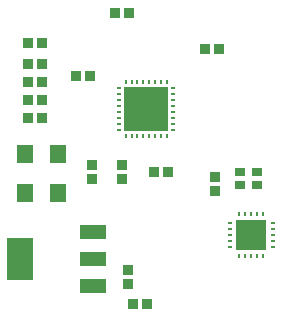
<source format=gtp>
G75*
%MOIN*%
%OFA0B0*%
%FSLAX25Y25*%
%IPPOS*%
%LPD*%
%AMOC8*
5,1,8,0,0,1.08239X$1,22.5*
%
%ADD10R,0.05512X0.06299*%
%ADD11R,0.03543X0.03346*%
%ADD12R,0.03346X0.03543*%
%ADD13R,0.08800X0.04800*%
%ADD14R,0.08661X0.14173*%
%ADD15R,0.00984X0.01575*%
%ADD16R,0.01575X0.00984*%
%ADD17R,0.10236X0.10236*%
%ADD18R,0.14567X0.14567*%
%ADD19R,0.03543X0.03150*%
D10*
X0113288Y0131800D03*
X0124312Y0131800D03*
X0124312Y0144800D03*
X0113288Y0144800D03*
D11*
X0135800Y0141083D03*
X0135800Y0136517D03*
X0145800Y0136517D03*
X0145800Y0141083D03*
X0176800Y0137083D03*
X0176800Y0132517D03*
X0147800Y0106083D03*
X0147800Y0101517D03*
D12*
X0149517Y0094800D03*
X0154083Y0094800D03*
X0156517Y0138800D03*
X0161083Y0138800D03*
X0119083Y0156800D03*
X0114517Y0156800D03*
X0114517Y0162800D03*
X0119083Y0162800D03*
X0119083Y0168800D03*
X0114517Y0168800D03*
X0114517Y0174800D03*
X0119083Y0174800D03*
X0119083Y0181800D03*
X0114517Y0181800D03*
X0130517Y0170800D03*
X0135083Y0170800D03*
X0143517Y0191800D03*
X0148083Y0191800D03*
X0173517Y0179800D03*
X0178083Y0179800D03*
D13*
X0136000Y0100700D03*
X0136000Y0109800D03*
X0136000Y0118900D03*
D14*
X0111599Y0109800D03*
D15*
X0146910Y0150745D03*
X0148879Y0150745D03*
X0150847Y0150745D03*
X0152816Y0150745D03*
X0154784Y0150745D03*
X0156753Y0150745D03*
X0158721Y0150745D03*
X0160690Y0150745D03*
X0160690Y0168855D03*
X0158721Y0168855D03*
X0156753Y0168855D03*
X0154784Y0168855D03*
X0152816Y0168855D03*
X0150847Y0168855D03*
X0148879Y0168855D03*
X0146910Y0168855D03*
X0184863Y0124887D03*
X0186831Y0124887D03*
X0188800Y0124887D03*
X0190769Y0124887D03*
X0192737Y0124887D03*
X0192737Y0110713D03*
X0190769Y0110713D03*
X0188800Y0110713D03*
X0186831Y0110713D03*
X0184863Y0110713D03*
D16*
X0181713Y0113863D03*
X0181713Y0115831D03*
X0181713Y0117800D03*
X0181713Y0119769D03*
X0181713Y0121737D03*
X0195887Y0121737D03*
X0195887Y0119769D03*
X0195887Y0117800D03*
X0195887Y0115831D03*
X0195887Y0113863D03*
X0162855Y0152910D03*
X0162855Y0154879D03*
X0162855Y0156847D03*
X0162855Y0158816D03*
X0162855Y0160784D03*
X0162855Y0162753D03*
X0162855Y0164721D03*
X0162855Y0166690D03*
X0144745Y0166690D03*
X0144745Y0164721D03*
X0144745Y0162753D03*
X0144745Y0160784D03*
X0144745Y0158816D03*
X0144745Y0156847D03*
X0144745Y0154879D03*
X0144745Y0152910D03*
D17*
X0188800Y0117800D03*
D18*
X0153800Y0159800D03*
D19*
X0185044Y0138965D03*
X0185044Y0134635D03*
X0190556Y0134635D03*
X0190556Y0138965D03*
M02*

</source>
